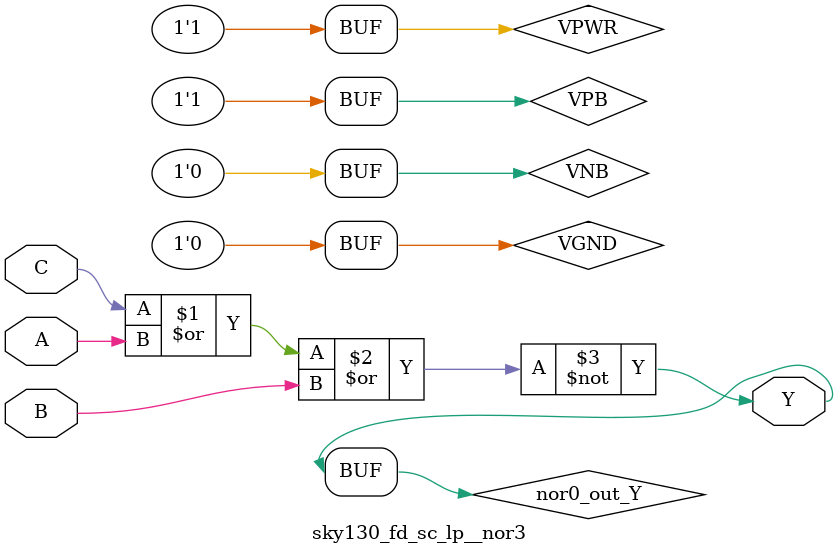
<source format=v>
/*
 * Copyright 2020 The SkyWater PDK Authors
 *
 * Licensed under the Apache License, Version 2.0 (the "License");
 * you may not use this file except in compliance with the License.
 * You may obtain a copy of the License at
 *
 *     https://www.apache.org/licenses/LICENSE-2.0
 *
 * Unless required by applicable law or agreed to in writing, software
 * distributed under the License is distributed on an "AS IS" BASIS,
 * WITHOUT WARRANTIES OR CONDITIONS OF ANY KIND, either express or implied.
 * See the License for the specific language governing permissions and
 * limitations under the License.
 *
 * SPDX-License-Identifier: Apache-2.0
*/


`ifndef SKY130_FD_SC_LP__NOR3_BEHAVIORAL_V
`define SKY130_FD_SC_LP__NOR3_BEHAVIORAL_V

/**
 * nor3: 3-input NOR.
 *
 *       Y = !(A | B | C | !D)
 *
 * Verilog simulation functional model.
 */

`timescale 1ns / 1ps
`default_nettype none

`celldefine
module sky130_fd_sc_lp__nor3 (
    Y,
    A,
    B,
    C
);

    // Module ports
    output Y;
    input  A;
    input  B;
    input  C;

    // Module supplies
    supply1 VPWR;
    supply0 VGND;
    supply1 VPB ;
    supply0 VNB ;

    // Local signals
    wire nor0_out_Y;

    //  Name  Output      Other arguments
    nor nor0 (nor0_out_Y, C, A, B        );
    buf buf0 (Y         , nor0_out_Y     );

endmodule
`endcelldefine

`default_nettype wire
`endif  // SKY130_FD_SC_LP__NOR3_BEHAVIORAL_V
</source>
